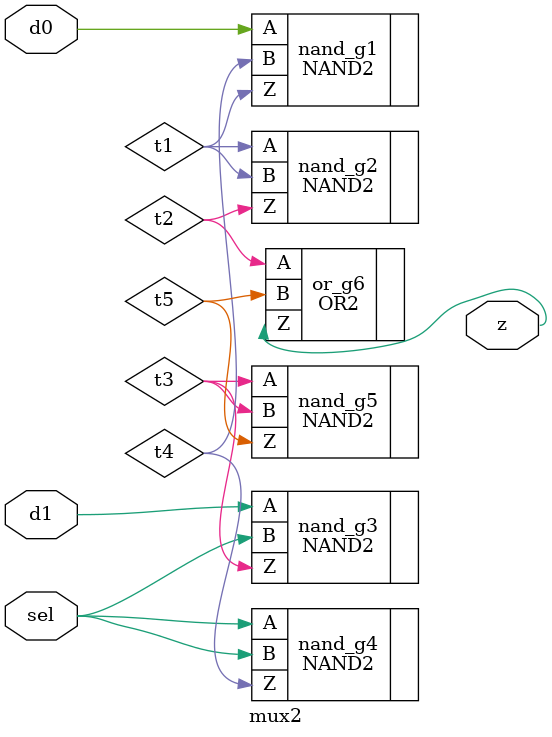
<source format=sv>
module mux2 (
    input logic d0,          // Data input 0
    input logic d1,          // Data input 1
    input logic sel,         // Select input
    output logic z           // Output
);

logic t1, t2, t3, t4, t5;

NAND2 #(
    .Tpdhl(10), .Tpdlh(10)
) nand_g1 (
    .A(d0),
    .B(t4),
    .Z(t1)
);

NAND2 #(
    .Tpdhl(10), .Tpdlh(10)
) nand_g2 (
    .A(t1),
    .B(t1),
    .Z(t2)
);

NAND2 #(
    .Tpdhl(10), .Tpdlh(10)
) nand_g3 (
    .A(d1),
    .B(sel),
    .Z(t3)
);

NAND2 #(
    .Tpdhl(10), .Tpdlh(10)
) nand_g4 (
    .A(sel),
    .B(sel),
    .Z(t4)
);

NAND2 #(
    .Tpdhl(10), .Tpdlh(10)
) nand_g5 (
    .A(t3),
    .B(t3),
    .Z(t5)
);

OR2 #(
    .Tpdhl(2), .Tpdlh(2)
) or_g6 (
    .A(t2),
    .B(t5),
    .Z(z)
);

endmodule
</source>
